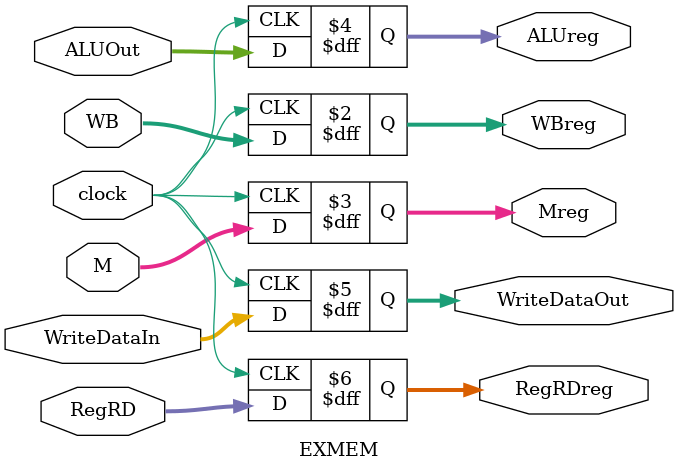
<source format=v>
module EXMEM(clock,WB,M,ALUOut,RegRD,WriteDataIn,Mreg,WBreg,ALUreg,RegRDreg,WriteDataOut); 
   input clock; 
   input  [1:0]WB; 
   input [1:0] M; 
   input [4:0] RegRD; 
   input [31:0] ALUOut,WriteDataIn; 
   output reg [1:0] WBreg; 
   output reg[1:0] Mreg; 
   output reg[31:0] ALUreg,WriteDataOut; 
   output reg[4:0] RegRDreg; 
    
    always@(posedge clock) 
    begin 
        WBreg <= WB; 
        Mreg <= M; 
        ALUreg <= ALUOut; 
        RegRDreg <= RegRD; 
        WriteDataOut <= WriteDataIn; 
    end 
 
endmodule 

</source>
